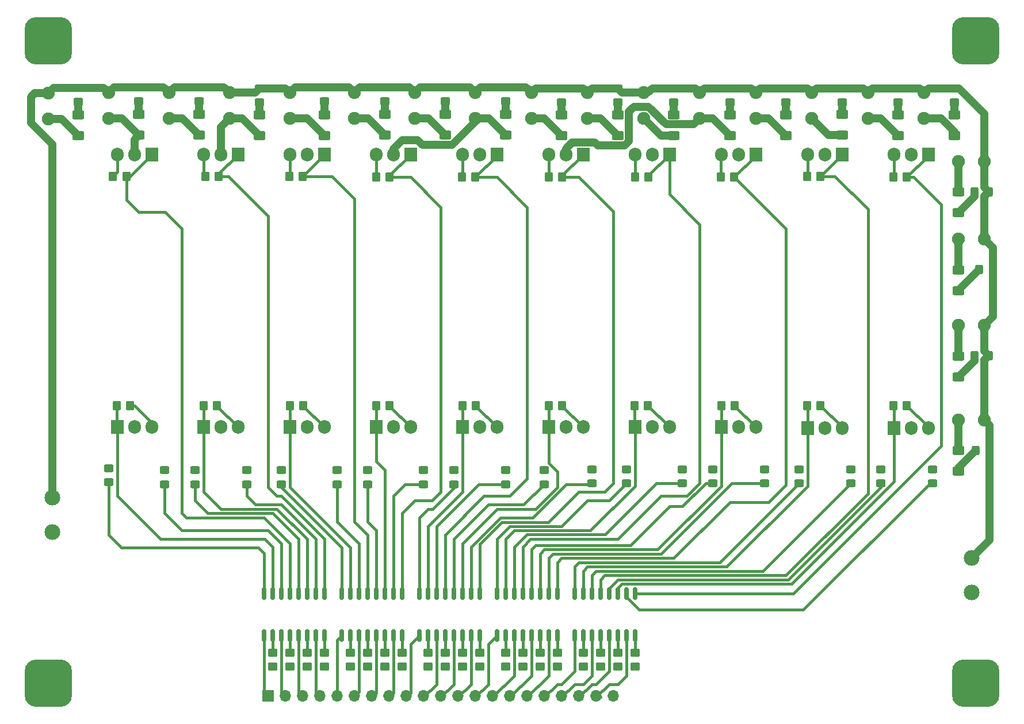
<source format=gbr>
%TF.GenerationSoftware,KiCad,Pcbnew,9.0.0*%
%TF.CreationDate,2025-04-04T10:54:06-06:00*%
%TF.ProjectId,Solenoid Breakout Board,536f6c65-6e6f-4696-9420-427265616b6f,rev?*%
%TF.SameCoordinates,Original*%
%TF.FileFunction,Copper,L1,Top*%
%TF.FilePolarity,Positive*%
%FSLAX46Y46*%
G04 Gerber Fmt 4.6, Leading zero omitted, Abs format (unit mm)*
G04 Created by KiCad (PCBNEW 9.0.0) date 2025-04-04 10:54:06*
%MOMM*%
%LPD*%
G01*
G04 APERTURE LIST*
G04 Aperture macros list*
%AMRoundRect*
0 Rectangle with rounded corners*
0 $1 Rounding radius*
0 $2 $3 $4 $5 $6 $7 $8 $9 X,Y pos of 4 corners*
0 Add a 4 corners polygon primitive as box body*
4,1,4,$2,$3,$4,$5,$6,$7,$8,$9,$2,$3,0*
0 Add four circle primitives for the rounded corners*
1,1,$1+$1,$2,$3*
1,1,$1+$1,$4,$5*
1,1,$1+$1,$6,$7*
1,1,$1+$1,$8,$9*
0 Add four rect primitives between the rounded corners*
20,1,$1+$1,$2,$3,$4,$5,0*
20,1,$1+$1,$4,$5,$6,$7,0*
20,1,$1+$1,$6,$7,$8,$9,0*
20,1,$1+$1,$8,$9,$2,$3,0*%
G04 Aperture macros list end*
%TA.AperFunction,SMDPad,CuDef*%
%ADD10RoundRect,0.250000X0.350000X0.450000X-0.350000X0.450000X-0.350000X-0.450000X0.350000X-0.450000X0*%
%TD*%
%TA.AperFunction,ComponentPad*%
%ADD11RoundRect,0.250000X0.450000X-0.350000X0.450000X0.350000X-0.450000X0.350000X-0.450000X-0.350000X0*%
%TD*%
%TA.AperFunction,SMDPad,CuDef*%
%ADD12RoundRect,0.250000X0.450000X-0.350000X0.450000X0.350000X-0.450000X0.350000X-0.450000X-0.350000X0*%
%TD*%
%TA.AperFunction,ComponentPad*%
%ADD13C,1.905000*%
%TD*%
%TA.AperFunction,SMDPad,CuDef*%
%ADD14RoundRect,0.250000X-0.450000X0.325000X-0.450000X-0.325000X0.450000X-0.325000X0.450000X0.325000X0*%
%TD*%
%TA.AperFunction,ComponentPad*%
%ADD15RoundRect,1.746250X-1.746250X-1.746250X1.746250X-1.746250X1.746250X1.746250X-1.746250X1.746250X0*%
%TD*%
%TA.AperFunction,SMDPad,CuDef*%
%ADD16RoundRect,0.250000X0.450000X-0.325000X0.450000X0.325000X-0.450000X0.325000X-0.450000X-0.325000X0*%
%TD*%
%TA.AperFunction,ComponentPad*%
%ADD17RoundRect,0.250000X0.450000X-0.325000X0.450000X0.325000X-0.450000X0.325000X-0.450000X-0.325000X0*%
%TD*%
%TA.AperFunction,SMDPad,CuDef*%
%ADD18RoundRect,0.162500X0.162500X-0.750000X0.162500X0.750000X-0.162500X0.750000X-0.162500X-0.750000X0*%
%TD*%
%TA.AperFunction,SMDPad,CuDef*%
%ADD19RoundRect,0.250000X-0.350000X-0.450000X0.350000X-0.450000X0.350000X0.450000X-0.350000X0.450000X0*%
%TD*%
%TA.AperFunction,ComponentPad*%
%ADD20C,2.311400*%
%TD*%
%TA.AperFunction,SMDPad,CuDef*%
%ADD21RoundRect,0.250000X0.625000X-0.400000X0.625000X0.400000X-0.625000X0.400000X-0.625000X-0.400000X0*%
%TD*%
%TA.AperFunction,SMDPad,CuDef*%
%ADD22RoundRect,0.250000X-0.625000X0.400000X-0.625000X-0.400000X0.625000X-0.400000X0.625000X0.400000X0*%
%TD*%
%TA.AperFunction,SMDPad,CuDef*%
%ADD23RoundRect,0.250000X0.325000X0.450000X-0.325000X0.450000X-0.325000X-0.450000X0.325000X-0.450000X0*%
%TD*%
%TA.AperFunction,ComponentPad*%
%ADD24R,1.700000X1.700000*%
%TD*%
%TA.AperFunction,ComponentPad*%
%ADD25O,1.700000X1.700000*%
%TD*%
%TA.AperFunction,ComponentPad*%
%ADD26R,1.905000X2.000000*%
%TD*%
%TA.AperFunction,ComponentPad*%
%ADD27O,1.905000X2.000000*%
%TD*%
%TA.AperFunction,Conductor*%
%ADD28C,0.381000*%
%TD*%
%TA.AperFunction,Conductor*%
%ADD29C,1.143000*%
%TD*%
G04 APERTURE END LIST*
D10*
%TO.P,R16,1,1*%
%TO.N,Chassis_GND*%
X85820000Y-110880000D03*
%TO.P,R16,2,2*%
%TO.N,Net-(Q5-G)*%
X83820000Y-110880000D03*
%TD*%
D11*
%TO.P,R29,1,1*%
%TO.N,GND*%
X106680000Y-149320000D03*
D12*
%TO.P,R29,2,2*%
%TO.N,Net-(R29-Pad2)*%
X106680000Y-147320000D03*
%TD*%
D13*
%TO.P,L4,1,1*%
%TO.N,+12v*%
X74930000Y-64770000D03*
%TO.P,L4,2,2*%
%TO.N,Net-(Q4-D)*%
X74930000Y-68580000D03*
%TD*%
D14*
%TO.P,D12,1,K*%
%TO.N,+12v*%
X88900000Y-63990000D03*
%TO.P,D12,2,A*%
%TO.N,Net-(D12-A)*%
X88900000Y-66040000D03*
%TD*%
D15*
%TO.P,REF\u002A\u002A,1*%
%TO.N,N/C*%
X48260000Y-57150000D03*
%TD*%
D16*
%TO.P,D2,1,K*%
%TO.N,Net-(D2-K)*%
X65405000Y-122455000D03*
D17*
%TO.P,D2,2,A*%
%TO.N,+12v*%
X65405000Y-120405000D03*
%TD*%
D18*
%TO.P,U5,1*%
%TO.N,A2*%
X125730000Y-144780000D03*
%TO.P,U5,2*%
%TO.N,Net-(R40-Pad2)*%
X127000000Y-144780000D03*
%TO.P,U5,3*%
%TO.N,A#2*%
X128270000Y-144780000D03*
%TO.P,U5,4*%
%TO.N,Net-(R52-Pad2)*%
X129540000Y-144780000D03*
%TO.P,U5,5*%
%TO.N,B2*%
X130810000Y-144780000D03*
%TO.P,U5,6*%
%TO.N,Net-(R53-Pad2)*%
X132080000Y-144780000D03*
%TO.P,U5,7*%
%TO.N,C3*%
X133350000Y-144780000D03*
%TO.P,U5,8*%
%TO.N,Net-(R54-Pad2)*%
X134620000Y-144780000D03*
%TO.P,U5,9*%
%TO.N,Net-(Q20-G)*%
X134620000Y-138605000D03*
%TO.P,U5,10*%
%TO.N,Net-(D37-K)*%
X133350000Y-138605000D03*
%TO.P,U5,11*%
%TO.N,Net-(Q19-G)*%
X132080000Y-138605000D03*
%TO.P,U5,12*%
%TO.N,Net-(D36-K)*%
X130810000Y-138605000D03*
%TO.P,U5,13*%
%TO.N,Net-(Q18-G)*%
X129540000Y-138605000D03*
%TO.P,U5,14*%
%TO.N,Net-(D35-K)*%
X128270000Y-138605000D03*
%TO.P,U5,15*%
%TO.N,Net-(Q14-G)*%
X127000000Y-138605000D03*
%TO.P,U5,16*%
%TO.N,Net-(D27-K)*%
X125730000Y-138605000D03*
%TD*%
D19*
%TO.P,R17,1,1*%
%TO.N,Chassis_GND*%
X83725000Y-77075000D03*
%TO.P,R17,2,2*%
%TO.N,Net-(Q6-G)*%
X85725000Y-77075000D03*
%TD*%
D11*
%TO.P,R43,1,1*%
%TO.N,GND*%
X118110000Y-149320000D03*
D12*
%TO.P,R43,2,2*%
%TO.N,Net-(R43-Pad2)*%
X118110000Y-147320000D03*
%TD*%
D10*
%TO.P,R32,1,1*%
%TO.N,Chassis_GND*%
X136525000Y-110880000D03*
%TO.P,R32,2,2*%
%TO.N,Net-(Q10-G)*%
X134525000Y-110880000D03*
%TD*%
D20*
%TO.P,J2,1,1*%
%TO.N,+12v*%
X48895000Y-124460000D03*
%TO.P,J2,2,2*%
%TO.N,Chassis_GND*%
X48895000Y-129540000D03*
%TD*%
D14*
%TO.P,D33,1,K*%
%TO.N,+12v*%
X181610000Y-64135000D03*
%TO.P,D33,2,A*%
%TO.N,Net-(D33-A)*%
X181610000Y-66185000D03*
%TD*%
D10*
%TO.P,R5,1,1*%
%TO.N,Chassis_GND*%
X60325000Y-110880000D03*
%TO.P,R5,2,2*%
%TO.N,Net-(Q1-G)*%
X58325000Y-110880000D03*
%TD*%
D13*
%TO.P,L9,1,1*%
%TO.N,+12v*%
X119380000Y-64770000D03*
%TO.P,L9,2,2*%
%TO.N,Net-(Q9-D)*%
X119380000Y-68580000D03*
%TD*%
D21*
%TO.P,R27,1,1*%
%TO.N,Net-(Q9-D)*%
X123825000Y-71120000D03*
%TO.P,R27,2,2*%
%TO.N,Net-(D18-A)*%
X123825000Y-68020000D03*
%TD*%
D15*
%TO.P,REF\u002A\u002A,1*%
%TO.N,Chassis_GND*%
X48260000Y-151765000D03*
%TD*%
%TO.P,REF\u002A\u002A,1*%
%TO.N,Chassis_GND*%
X184785000Y-151765000D03*
%TD*%
D14*
%TO.P,D18,1,K*%
%TO.N,+12v*%
X123825000Y-64135000D03*
%TO.P,D18,2,A*%
%TO.N,Net-(D18-A)*%
X123825000Y-66185000D03*
%TD*%
D21*
%TO.P,R12,1,1*%
%TO.N,Net-(Q4-D)*%
X79375000Y-71120000D03*
%TO.P,R12,2,2*%
%TO.N,Net-(D8-A)*%
X79375000Y-68020000D03*
%TD*%
D19*
%TO.P,R33,1,1*%
%TO.N,Chassis_GND*%
X109125000Y-77225000D03*
%TO.P,R33,2,2*%
%TO.N,Net-(Q11-G)*%
X111125000Y-77225000D03*
%TD*%
D10*
%TO.P,R34,1,1*%
%TO.N,Chassis_GND*%
X123920000Y-110880000D03*
%TO.P,R34,2,2*%
%TO.N,Net-(Q12-G)*%
X121920000Y-110880000D03*
%TD*%
D11*
%TO.P,R28,1,1*%
%TO.N,GND*%
X115570000Y-149320000D03*
D12*
%TO.P,R28,2,2*%
%TO.N,Net-(R28-Pad2)*%
X115570000Y-147320000D03*
%TD*%
D21*
%TO.P,R37,1,1*%
%TO.N,Net-(Q11-D)*%
X132080000Y-71120000D03*
%TO.P,R37,2,2*%
%TO.N,Net-(D24-A)*%
X132080000Y-68020000D03*
%TD*%
D10*
%TO.P,R44,1,1*%
%TO.N,Chassis_GND*%
X161925000Y-110880000D03*
%TO.P,R44,2,2*%
%TO.N,Net-(Q14-G)*%
X159925000Y-110880000D03*
%TD*%
D18*
%TO.P,U4,1*%
%TO.N,F2*%
X114300000Y-144780000D03*
%TO.P,U4,2*%
%TO.N,Net-(R28-Pad2)*%
X115570000Y-144780000D03*
%TO.P,U4,3*%
%TO.N,F#2*%
X116840000Y-144780000D03*
%TO.P,U4,4*%
%TO.N,Net-(R43-Pad2)*%
X118110000Y-144780000D03*
%TO.P,U4,5*%
%TO.N,G2*%
X119380000Y-144780000D03*
%TO.P,U4,6*%
%TO.N,Net-(R41-Pad2)*%
X120650000Y-144780000D03*
%TO.P,U4,7*%
%TO.N,G#2*%
X121920000Y-144780000D03*
%TO.P,U4,8*%
%TO.N,Net-(R42-Pad2)*%
X123190000Y-144780000D03*
%TO.P,U4,9*%
%TO.N,Net-(Q16-G)*%
X123190000Y-138605000D03*
%TO.P,U4,10*%
%TO.N,Net-(D29-K)*%
X121920000Y-138605000D03*
%TO.P,U4,11*%
%TO.N,Net-(Q15-G)*%
X120650000Y-138605000D03*
%TO.P,U4,12*%
%TO.N,Net-(D28-K)*%
X119380000Y-138605000D03*
%TO.P,U4,13*%
%TO.N,Net-(Q17-G)*%
X118110000Y-138605000D03*
%TO.P,U4,14*%
%TO.N,Net-(D30-K)*%
X116840000Y-138605000D03*
%TO.P,U4,15*%
%TO.N,Net-(Q10-G)*%
X115570000Y-138605000D03*
%TO.P,U4,16*%
%TO.N,Net-(D19-K)*%
X114300000Y-138605000D03*
%TD*%
D22*
%TO.P,R58,1,1*%
%TO.N,Net-(Q18-D)*%
X182245000Y-90880000D03*
%TO.P,R58,2,2*%
%TO.N,Net-(D38-A)*%
X182245000Y-93980000D03*
%TD*%
D13*
%TO.P,L20,1,1*%
%TO.N,+12v*%
X186055000Y-74930000D03*
%TO.P,L20,2,2*%
%TO.N,Net-(Q20-D)*%
X182245000Y-74930000D03*
%TD*%
D10*
%TO.P,R56,1,1*%
%TO.N,Chassis_GND*%
X174625000Y-110880000D03*
%TO.P,R56,2,2*%
%TO.N,Net-(Q19-G)*%
X172625000Y-110880000D03*
%TD*%
D19*
%TO.P,R35,1,1*%
%TO.N,Chassis_GND*%
X121920000Y-77225000D03*
%TO.P,R35,2,2*%
%TO.N,Net-(Q13-G)*%
X123920000Y-77225000D03*
%TD*%
D23*
%TO.P,D39,1,K*%
%TO.N,+12v*%
X186835000Y-117475000D03*
%TO.P,D39,2,A*%
%TO.N,Net-(D39-A)*%
X184785000Y-117475000D03*
%TD*%
D16*
%TO.P,D21,1,K*%
%TO.N,Net-(D21-K)*%
X121285000Y-122455000D03*
D17*
%TO.P,D21,2,A*%
%TO.N,+12v*%
X121285000Y-120405000D03*
%TD*%
D16*
%TO.P,D11,1,K*%
%TO.N,Net-(D11-K)*%
X95250000Y-122455000D03*
D17*
%TO.P,D11,2,A*%
%TO.N,+12v*%
X95250000Y-120405000D03*
%TD*%
D13*
%TO.P,L14,1,1*%
%TO.N,+12v*%
X186055000Y-99060000D03*
%TO.P,L14,2,2*%
%TO.N,Net-(Q14-D)*%
X182245000Y-99060000D03*
%TD*%
D16*
%TO.P,D3,1,K*%
%TO.N,Net-(D3-K)*%
X69850000Y-122455000D03*
D17*
%TO.P,D3,2,A*%
%TO.N,+12v*%
X69850000Y-120405000D03*
%TD*%
D11*
%TO.P,R2,1,1*%
%TO.N,GND*%
X83820000Y-149320000D03*
D12*
%TO.P,R2,2,2*%
%TO.N,Net-(R2-Pad2)*%
X83820000Y-147320000D03*
%TD*%
D19*
%TO.P,R24,1,1*%
%TO.N,Chassis_GND*%
X96520000Y-77225000D03*
%TO.P,R24,2,2*%
%TO.N,Net-(Q8-G)*%
X98520000Y-77225000D03*
%TD*%
D21*
%TO.P,R50,1,1*%
%TO.N,Net-(Q16-D)*%
X181610000Y-71120000D03*
%TO.P,R50,2,2*%
%TO.N,Net-(D33-A)*%
X181610000Y-68020000D03*
%TD*%
D16*
%TO.P,D36,1,K*%
%TO.N,Net-(D36-K)*%
X170815000Y-122310000D03*
D17*
%TO.P,D36,2,A*%
%TO.N,+12v*%
X170815000Y-120260000D03*
%TD*%
D21*
%TO.P,R39,1,1*%
%TO.N,Net-(Q13-D)*%
X148590000Y-71120000D03*
%TO.P,R39,2,2*%
%TO.N,Net-(D26-A)*%
X148590000Y-68020000D03*
%TD*%
%TO.P,R49,1,1*%
%TO.N,Net-(Q15-D)*%
X173355000Y-71120000D03*
%TO.P,R49,2,2*%
%TO.N,Net-(D32-A)*%
X173355000Y-68020000D03*
%TD*%
D16*
%TO.P,D9,1,K*%
%TO.N,Net-(D9-K)*%
X82550000Y-122455000D03*
D17*
%TO.P,D9,2,A*%
%TO.N,+12v*%
X82550000Y-120405000D03*
%TD*%
D11*
%TO.P,R41,1,1*%
%TO.N,GND*%
X120650000Y-149320000D03*
D12*
%TO.P,R41,2,2*%
%TO.N,Net-(R41-Pad2)*%
X120650000Y-147320000D03*
%TD*%
D13*
%TO.P,L10,1,1*%
%TO.N,+12v*%
X152400000Y-64770000D03*
%TO.P,L10,2,2*%
%TO.N,Net-(Q10-D)*%
X152400000Y-68580000D03*
%TD*%
D16*
%TO.P,D35,1,K*%
%TO.N,Net-(D35-K)*%
X166370000Y-122310000D03*
D17*
%TO.P,D35,2,A*%
%TO.N,+12v*%
X166370000Y-120260000D03*
%TD*%
D16*
%TO.P,D29,1,K*%
%TO.N,Net-(D29-K)*%
X153670000Y-122310000D03*
D17*
%TO.P,D29,2,A*%
%TO.N,+12v*%
X153670000Y-120260000D03*
%TD*%
D10*
%TO.P,R25,1,1*%
%TO.N,Chassis_GND*%
X111220000Y-110880000D03*
%TO.P,R25,2,2*%
%TO.N,Net-(Q9-G)*%
X109220000Y-110880000D03*
%TD*%
D21*
%TO.P,R20,1,1*%
%TO.N,Net-(Q6-D)*%
X97790000Y-71045000D03*
%TO.P,R20,2,2*%
%TO.N,Net-(D13-A)*%
X97790000Y-67945000D03*
%TD*%
D13*
%TO.P,L13,1,1*%
%TO.N,+12v*%
X144145000Y-64770000D03*
%TO.P,L13,2,2*%
%TO.N,Net-(Q13-D)*%
X144145000Y-68580000D03*
%TD*%
D11*
%TO.P,R52,1,1*%
%TO.N,GND*%
X129540000Y-149320000D03*
D12*
%TO.P,R52,2,2*%
%TO.N,Net-(R52-Pad2)*%
X129540000Y-147320000D03*
%TD*%
D14*
%TO.P,D34,1,K*%
%TO.N,+12v*%
X165100000Y-64135000D03*
%TO.P,D34,2,A*%
%TO.N,Net-(D34-A)*%
X165100000Y-66185000D03*
%TD*%
D21*
%TO.P,R9,1,1*%
%TO.N,Net-(Q1-D)*%
X52705000Y-71120000D03*
%TO.P,R9,2,2*%
%TO.N,Net-(D5-A)*%
X52705000Y-68020000D03*
%TD*%
D13*
%TO.P,L7,1,1*%
%TO.N,+12v*%
X102235000Y-64770000D03*
%TO.P,L7,2,2*%
%TO.N,Net-(Q7-D)*%
X102235000Y-68580000D03*
%TD*%
D10*
%TO.P,R45,1,1*%
%TO.N,Chassis_GND*%
X149320000Y-110880000D03*
%TO.P,R45,2,2*%
%TO.N,Net-(Q15-G)*%
X147320000Y-110880000D03*
%TD*%
D11*
%TO.P,R22,1,1*%
%TO.N,GND*%
X100330000Y-149320000D03*
D12*
%TO.P,R22,2,2*%
%TO.N,Net-(R22-Pad2)*%
X100330000Y-147320000D03*
%TD*%
D19*
%TO.P,R46,1,1*%
%TO.N,Chassis_GND*%
X147225000Y-77225000D03*
%TO.P,R46,2,2*%
%TO.N,Net-(Q16-G)*%
X149225000Y-77225000D03*
%TD*%
D13*
%TO.P,L5,1,1*%
%TO.N,+12v*%
X83820000Y-64770000D03*
%TO.P,L5,2,2*%
%TO.N,Net-(Q5-D)*%
X83820000Y-68580000D03*
%TD*%
D16*
%TO.P,D30,1,K*%
%TO.N,Net-(D30-K)*%
X141605000Y-122310000D03*
D17*
%TO.P,D30,2,A*%
%TO.N,+12v*%
X141605000Y-120260000D03*
%TD*%
D16*
%TO.P,D27,1,K*%
%TO.N,Net-(D27-K)*%
X158750000Y-122310000D03*
D17*
%TO.P,D27,2,A*%
%TO.N,+12v*%
X158750000Y-120260000D03*
%TD*%
D11*
%TO.P,R1,1,1*%
%TO.N,GND*%
X81280000Y-149320000D03*
D12*
%TO.P,R1,2,2*%
%TO.N,Net-(R1-Pad2)*%
X81280000Y-147320000D03*
%TD*%
D11*
%TO.P,R14,1,1*%
%TO.N,GND*%
X95250000Y-149320000D03*
D12*
%TO.P,R14,2,2*%
%TO.N,Net-(R14-Pad2)*%
X95250000Y-147320000D03*
%TD*%
D14*
%TO.P,D23,1,K*%
%TO.N,+12v*%
X156845000Y-64135000D03*
%TO.P,D23,2,A*%
%TO.N,Net-(D23-A)*%
X156845000Y-66185000D03*
%TD*%
%TO.P,D32,1,K*%
%TO.N,+12v*%
X173355000Y-64135000D03*
%TO.P,D32,2,A*%
%TO.N,Net-(D32-A)*%
X173355000Y-66185000D03*
%TD*%
D16*
%TO.P,D4,1,K*%
%TO.N,Net-(D4-K)*%
X77470000Y-122455000D03*
D17*
%TO.P,D4,2,A*%
%TO.N,+12v*%
X77470000Y-120405000D03*
%TD*%
D13*
%TO.P,L1,1,1*%
%TO.N,+12v*%
X48260000Y-64845000D03*
%TO.P,L1,2,2*%
%TO.N,Net-(Q1-D)*%
X48260000Y-68655000D03*
%TD*%
%TO.P,L17,1,1*%
%TO.N,+12v*%
X160655000Y-64770000D03*
%TO.P,L17,2,2*%
%TO.N,Net-(Q17-D)*%
X160655000Y-68580000D03*
%TD*%
D21*
%TO.P,R21,1,1*%
%TO.N,Net-(Q7-D)*%
X106680000Y-71045000D03*
%TO.P,R21,2,2*%
%TO.N,Net-(D14-A)*%
X106680000Y-67945000D03*
%TD*%
D16*
%TO.P,D28,1,K*%
%TO.N,Net-(D28-K)*%
X146050000Y-122310000D03*
D17*
%TO.P,D28,2,A*%
%TO.N,+12v*%
X146050000Y-120260000D03*
%TD*%
D19*
%TO.P,R57,1,1*%
%TO.N,Chassis_GND*%
X172625000Y-77225000D03*
%TO.P,R57,2,2*%
%TO.N,Net-(Q20-G)*%
X174625000Y-77225000D03*
%TD*%
D13*
%TO.P,L16,1,1*%
%TO.N,+12v*%
X177165000Y-64770000D03*
%TO.P,L16,2,2*%
%TO.N,Net-(Q16-D)*%
X177165000Y-68580000D03*
%TD*%
D16*
%TO.P,D10,1,K*%
%TO.N,Net-(D10-K)*%
X90805000Y-122455000D03*
D17*
%TO.P,D10,2,A*%
%TO.N,+12v*%
X90805000Y-120405000D03*
%TD*%
D11*
%TO.P,R30,1,1*%
%TO.N,GND*%
X109220000Y-149320000D03*
D12*
%TO.P,R30,2,2*%
%TO.N,Net-(R30-Pad2)*%
X109220000Y-147320000D03*
%TD*%
D13*
%TO.P,L2,1,1*%
%TO.N,+12v*%
X57150000Y-64770000D03*
%TO.P,L2,2,2*%
%TO.N,Net-(Q2-D)*%
X57150000Y-68580000D03*
%TD*%
D16*
%TO.P,D15,1,K*%
%TO.N,Net-(D15-K)*%
X103505000Y-122455000D03*
D17*
%TO.P,D15,2,A*%
%TO.N,+12v*%
X103505000Y-120405000D03*
%TD*%
D24*
%TO.P,J1,1,1*%
%TO.N,F1*%
X80645000Y-153670000D03*
D25*
%TO.P,J1,2,2*%
%TO.N,F#1*%
X83185000Y-153670000D03*
%TO.P,J1,3,3*%
%TO.N,G1*%
X85725000Y-153670000D03*
%TO.P,J1,4,4*%
%TO.N,G#1*%
X88265000Y-153670000D03*
%TO.P,J1,5,5*%
%TO.N,A1*%
X90805000Y-153670000D03*
%TO.P,J1,6,6*%
%TO.N,A#1*%
X93345000Y-153670000D03*
%TO.P,J1,7,7*%
%TO.N,B1*%
X95885000Y-153670000D03*
%TO.P,J1,8,8*%
%TO.N,C2*%
X98425000Y-153670000D03*
%TO.P,J1,9,9*%
%TO.N,C#2*%
X100965000Y-153670000D03*
%TO.P,J1,10,10*%
%TO.N,D2*%
X103505000Y-153670000D03*
%TO.P,J1,11,11*%
%TO.N,D#2*%
X106045000Y-153670000D03*
%TO.P,J1,12,12*%
%TO.N,E2*%
X108585000Y-153670000D03*
%TO.P,J1,13,13*%
%TO.N,F2*%
X111125000Y-153670000D03*
%TO.P,J1,14,14*%
%TO.N,F#2*%
X113665000Y-153670000D03*
%TO.P,J1,15,15*%
%TO.N,G2*%
X116205000Y-153670000D03*
%TO.P,J1,16,16*%
%TO.N,G#2*%
X118745000Y-153670000D03*
%TO.P,J1,17,17*%
%TO.N,A2*%
X121285000Y-153670000D03*
%TO.P,J1,18,18*%
%TO.N,A#2*%
X123825000Y-153670000D03*
%TO.P,J1,19,19*%
%TO.N,B2*%
X126365000Y-153670000D03*
%TO.P,J1,20,20*%
%TO.N,C3*%
X128905000Y-153670000D03*
%TO.P,J1,21,21*%
%TO.N,GND*%
X131445000Y-153670000D03*
%TD*%
D11*
%TO.P,R4,1,1*%
%TO.N,GND*%
X88900000Y-149320000D03*
D12*
%TO.P,R4,2,2*%
%TO.N,Net-(R4-Pad2)*%
X88900000Y-147320000D03*
%TD*%
D23*
%TO.P,D40,1,K*%
%TO.N,+12v*%
X186690000Y-79375000D03*
%TO.P,D40,2,A*%
%TO.N,Net-(D40-A)*%
X184640000Y-79375000D03*
%TD*%
D19*
%TO.P,R47,1,1*%
%TO.N,Chassis_GND*%
X134620000Y-77225000D03*
%TO.P,R47,2,2*%
%TO.N,Net-(Q17-G)*%
X136620000Y-77225000D03*
%TD*%
D21*
%TO.P,R51,1,1*%
%TO.N,Net-(Q17-D)*%
X165100000Y-71045000D03*
%TO.P,R51,2,2*%
%TO.N,Net-(D34-A)*%
X165100000Y-67945000D03*
%TD*%
%TO.P,R38,1,1*%
%TO.N,Net-(Q12-D)*%
X140335000Y-71120000D03*
%TO.P,R38,2,2*%
%TO.N,Net-(D25-A)*%
X140335000Y-68020000D03*
%TD*%
D22*
%TO.P,R60,1,1*%
%TO.N,Net-(Q20-D)*%
X182245000Y-79375000D03*
%TO.P,R60,2,2*%
%TO.N,Net-(D40-A)*%
X182245000Y-82475000D03*
%TD*%
D11*
%TO.P,R15,1,1*%
%TO.N,GND*%
X97790000Y-149320000D03*
D12*
%TO.P,R15,2,2*%
%TO.N,Net-(R15-Pad2)*%
X97790000Y-147320000D03*
%TD*%
D14*
%TO.P,D8,1,K*%
%TO.N,+12v*%
X79375000Y-64135000D03*
%TO.P,D8,2,A*%
%TO.N,Net-(D8-A)*%
X79375000Y-66185000D03*
%TD*%
D13*
%TO.P,L3,1,1*%
%TO.N,+12v*%
X66040000Y-64770000D03*
%TO.P,L3,2,2*%
%TO.N,Net-(Q3-D)*%
X66040000Y-68580000D03*
%TD*%
%TO.P,L19,1,1*%
%TO.N,+12v*%
X186055000Y-113030000D03*
%TO.P,L19,2,2*%
%TO.N,Net-(Q19-D)*%
X182245000Y-113030000D03*
%TD*%
D11*
%TO.P,R3,1,1*%
%TO.N,GND*%
X86360000Y-149320000D03*
D12*
%TO.P,R3,2,2*%
%TO.N,Net-(R3-Pad2)*%
X86360000Y-147320000D03*
%TD*%
D14*
%TO.P,D26,1,K*%
%TO.N,+12v*%
X148590000Y-64135000D03*
%TO.P,D26,2,A*%
%TO.N,Net-(D26-A)*%
X148590000Y-66185000D03*
%TD*%
D23*
%TO.P,D31,1,K*%
%TO.N,+12v*%
X186690000Y-103505000D03*
%TO.P,D31,2,A*%
%TO.N,Net-(D31-A)*%
X184640000Y-103505000D03*
%TD*%
D13*
%TO.P,L6,1,1*%
%TO.N,+12v*%
X93345000Y-64770000D03*
%TO.P,L6,2,2*%
%TO.N,Net-(Q6-D)*%
X93345000Y-68580000D03*
%TD*%
D16*
%TO.P,D22,1,K*%
%TO.N,Net-(D22-K)*%
X128270000Y-122310000D03*
D17*
%TO.P,D22,2,A*%
%TO.N,+12v*%
X128270000Y-120260000D03*
%TD*%
D16*
%TO.P,D20,1,K*%
%TO.N,Net-(D20-K)*%
X115570000Y-122455000D03*
D17*
%TO.P,D20,2,A*%
%TO.N,+12v*%
X115570000Y-120405000D03*
%TD*%
D16*
%TO.P,D19,1,K*%
%TO.N,Net-(D19-K)*%
X133350000Y-122310000D03*
D17*
%TO.P,D19,2,A*%
%TO.N,+12v*%
X133350000Y-120260000D03*
%TD*%
D11*
%TO.P,R23,1,1*%
%TO.N,GND*%
X104140000Y-149320000D03*
D12*
%TO.P,R23,2,2*%
%TO.N,Net-(R23-Pad2)*%
X104140000Y-147320000D03*
%TD*%
D21*
%TO.P,R19,1,1*%
%TO.N,Net-(Q5-D)*%
X88900000Y-71120000D03*
%TO.P,R19,2,2*%
%TO.N,Net-(D12-A)*%
X88900000Y-68020000D03*
%TD*%
D13*
%TO.P,L8,1,1*%
%TO.N,+12v*%
X111125000Y-64770000D03*
%TO.P,L8,2,2*%
%TO.N,Net-(Q8-D)*%
X111125000Y-68580000D03*
%TD*%
D18*
%TO.P,U3,1*%
%TO.N,C#2*%
X102870000Y-144780000D03*
%TO.P,U3,2*%
%TO.N,Net-(R23-Pad2)*%
X104140000Y-144780000D03*
%TO.P,U3,3*%
%TO.N,D2*%
X105410000Y-144780000D03*
%TO.P,U3,4*%
%TO.N,Net-(R29-Pad2)*%
X106680000Y-144780000D03*
%TO.P,U3,5*%
%TO.N,D#2*%
X107950000Y-144780000D03*
%TO.P,U3,6*%
%TO.N,Net-(R30-Pad2)*%
X109220000Y-144780000D03*
%TO.P,U3,7*%
%TO.N,E2*%
X110490000Y-144780000D03*
%TO.P,U3,8*%
%TO.N,Net-(R31-Pad2)*%
X111760000Y-144780000D03*
%TO.P,U3,9*%
%TO.N,Net-(Q13-G)*%
X111760000Y-138605000D03*
%TO.P,U3,10*%
%TO.N,Net-(D22-K)*%
X110490000Y-138605000D03*
%TO.P,U3,11*%
%TO.N,Net-(Q12-G)*%
X109220000Y-138605000D03*
%TO.P,U3,12*%
%TO.N,Net-(D21-K)*%
X107950000Y-138605000D03*
%TO.P,U3,13*%
%TO.N,Net-(Q11-G)*%
X106680000Y-138605000D03*
%TO.P,U3,14*%
%TO.N,Net-(D20-K)*%
X105410000Y-138605000D03*
%TO.P,U3,15*%
%TO.N,Net-(Q9-G)*%
X104140000Y-138605000D03*
%TO.P,U3,16*%
%TO.N,Net-(D16-K)*%
X102870000Y-138605000D03*
%TD*%
D10*
%TO.P,R18,1,1*%
%TO.N,Chassis_GND*%
X98520000Y-110880000D03*
%TO.P,R18,2,2*%
%TO.N,Net-(Q7-G)*%
X96520000Y-110880000D03*
%TD*%
D11*
%TO.P,R40,1,1*%
%TO.N,GND*%
X127000000Y-149320000D03*
D12*
%TO.P,R40,2,2*%
%TO.N,Net-(R40-Pad2)*%
X127000000Y-147320000D03*
%TD*%
D16*
%TO.P,D16,1,K*%
%TO.N,Net-(D16-K)*%
X107950000Y-122455000D03*
D17*
%TO.P,D16,2,A*%
%TO.N,+12v*%
X107950000Y-120405000D03*
%TD*%
D11*
%TO.P,R53,1,1*%
%TO.N,GND*%
X132080000Y-149320000D03*
D12*
%TO.P,R53,2,2*%
%TO.N,Net-(R53-Pad2)*%
X132080000Y-147320000D03*
%TD*%
D16*
%TO.P,D1,1,K*%
%TO.N,Net-(D1-K)*%
X57150000Y-122175500D03*
D17*
%TO.P,D1,2,A*%
%TO.N,+12v*%
X57150000Y-120125500D03*
%TD*%
D21*
%TO.P,R11,1,1*%
%TO.N,Net-(Q3-D)*%
X70485000Y-71045000D03*
%TO.P,R11,2,2*%
%TO.N,Net-(D7-A)*%
X70485000Y-67945000D03*
%TD*%
D15*
%TO.P,REF\u002A\u002A,1*%
%TO.N,Chassis_GND*%
X184785000Y-57150000D03*
%TD*%
D18*
%TO.P,U2,1*%
%TO.N,A1*%
X91440000Y-144780000D03*
%TO.P,U2,2*%
%TO.N,Net-(R13-Pad2)*%
X92710000Y-144780000D03*
%TO.P,U2,3*%
%TO.N,A#1*%
X93980000Y-144780000D03*
%TO.P,U2,4*%
%TO.N,Net-(R14-Pad2)*%
X95250000Y-144780000D03*
%TO.P,U2,5*%
%TO.N,B1*%
X96520000Y-144780000D03*
%TO.P,U2,6*%
%TO.N,Net-(R15-Pad2)*%
X97790000Y-144780000D03*
%TO.P,U2,7*%
%TO.N,C2*%
X99060000Y-144780000D03*
%TO.P,U2,8*%
%TO.N,Net-(R22-Pad2)*%
X100330000Y-144780000D03*
%TO.P,U2,9*%
%TO.N,Net-(Q8-G)*%
X100330000Y-138605000D03*
%TO.P,U2,10*%
%TO.N,Net-(D15-K)*%
X99060000Y-138605000D03*
%TO.P,U2,11*%
%TO.N,Net-(Q7-G)*%
X97790000Y-138605000D03*
%TO.P,U2,12*%
%TO.N,Net-(D11-K)*%
X96520000Y-138605000D03*
%TO.P,U2,13*%
%TO.N,Net-(Q6-G)*%
X95250000Y-138605000D03*
%TO.P,U2,14*%
%TO.N,Net-(D10-K)*%
X93980000Y-138605000D03*
%TO.P,U2,15*%
%TO.N,Net-(Q5-G)*%
X92710000Y-138605000D03*
%TO.P,U2,16*%
%TO.N,Net-(D9-K)*%
X91440000Y-138605000D03*
%TD*%
D19*
%TO.P,R8,1,1*%
%TO.N,Chassis_GND*%
X71390000Y-77075000D03*
%TO.P,R8,2,2*%
%TO.N,Net-(Q4-G)*%
X73390000Y-77075000D03*
%TD*%
D11*
%TO.P,R13,1,1*%
%TO.N,GND*%
X92710000Y-149320000D03*
D12*
%TO.P,R13,2,2*%
%TO.N,Net-(R13-Pad2)*%
X92710000Y-147320000D03*
%TD*%
D13*
%TO.P,L15,1,1*%
%TO.N,+12v*%
X168910000Y-64770000D03*
%TO.P,L15,2,2*%
%TO.N,Net-(Q15-D)*%
X168910000Y-68580000D03*
%TD*%
%TO.P,L12,1,1*%
%TO.N,+12v*%
X135890000Y-64770000D03*
%TO.P,L12,2,2*%
%TO.N,Net-(Q12-D)*%
X135890000Y-68580000D03*
%TD*%
D18*
%TO.P,U1,1*%
%TO.N,F1*%
X80010000Y-144780000D03*
%TO.P,U1,2*%
%TO.N,Net-(R1-Pad2)*%
X81280000Y-144780000D03*
%TO.P,U1,3*%
%TO.N,F#1*%
X82550000Y-144780000D03*
%TO.P,U1,4*%
%TO.N,Net-(R2-Pad2)*%
X83820000Y-144780000D03*
%TO.P,U1,5*%
%TO.N,G1*%
X85090000Y-144780000D03*
%TO.P,U1,6*%
%TO.N,Net-(R3-Pad2)*%
X86360000Y-144780000D03*
%TO.P,U1,7*%
%TO.N,G#1*%
X87630000Y-144780000D03*
%TO.P,U1,8*%
%TO.N,Net-(R4-Pad2)*%
X88900000Y-144780000D03*
%TO.P,U1,9*%
%TO.N,Net-(Q4-G)*%
X88900000Y-138605000D03*
%TO.P,U1,10*%
%TO.N,Net-(D4-K)*%
X87630000Y-138605000D03*
%TO.P,U1,11*%
%TO.N,Net-(Q3-G)*%
X86360000Y-138605000D03*
%TO.P,U1,12*%
%TO.N,Net-(D3-K)*%
X85090000Y-138605000D03*
%TO.P,U1,13*%
%TO.N,Net-(Q2-G)*%
X83820000Y-138605000D03*
%TO.P,U1,14*%
%TO.N,Net-(D2-K)*%
X82550000Y-138605000D03*
%TO.P,U1,15*%
%TO.N,Net-(Q1-G)*%
X81280000Y-138605000D03*
%TO.P,U1,16*%
%TO.N,Net-(D1-K)*%
X80010000Y-138605000D03*
%TD*%
D14*
%TO.P,D25,1,K*%
%TO.N,+12v*%
X140335000Y-64135000D03*
%TO.P,D25,2,A*%
%TO.N,Net-(D25-A)*%
X140335000Y-66185000D03*
%TD*%
%TO.P,D6,1,K*%
%TO.N,+12v*%
X61595000Y-63990000D03*
%TO.P,D6,2,A*%
%TO.N,Net-(D6-A)*%
X61595000Y-66040000D03*
%TD*%
D16*
%TO.P,D37,1,K*%
%TO.N,Net-(D37-K)*%
X178435000Y-122310000D03*
D17*
%TO.P,D37,2,A*%
%TO.N,+12v*%
X178435000Y-120260000D03*
%TD*%
D10*
%TO.P,R7,1,1*%
%TO.N,Chassis_GND*%
X73120000Y-110880000D03*
%TO.P,R7,2,2*%
%TO.N,Net-(Q3-G)*%
X71120000Y-110880000D03*
%TD*%
D21*
%TO.P,R10,1,1*%
%TO.N,Net-(Q2-D)*%
X61595000Y-71045000D03*
%TO.P,R10,2,2*%
%TO.N,Net-(D6-A)*%
X61595000Y-67945000D03*
%TD*%
D22*
%TO.P,R59,1,1*%
%TO.N,Net-(Q19-D)*%
X182245000Y-117475000D03*
%TO.P,R59,2,2*%
%TO.N,Net-(D39-A)*%
X182245000Y-120575000D03*
%TD*%
D19*
%TO.P,R55,1,1*%
%TO.N,Chassis_GND*%
X159925000Y-77075000D03*
%TO.P,R55,2,2*%
%TO.N,Net-(Q18-G)*%
X161925000Y-77075000D03*
%TD*%
D11*
%TO.P,R31,1,1*%
%TO.N,GND*%
X111760000Y-149320000D03*
D12*
%TO.P,R31,2,2*%
%TO.N,Net-(R31-Pad2)*%
X111760000Y-147320000D03*
%TD*%
D20*
%TO.P,J3,1,1*%
%TO.N,Chassis_GND*%
X184150000Y-138430000D03*
%TO.P,J3,2,2*%
%TO.N,+12v*%
X184150000Y-133350000D03*
%TD*%
D14*
%TO.P,D7,1,K*%
%TO.N,+12v*%
X70485000Y-63990000D03*
%TO.P,D7,2,A*%
%TO.N,Net-(D7-A)*%
X70485000Y-66040000D03*
%TD*%
D21*
%TO.P,R26,1,1*%
%TO.N,Net-(Q8-D)*%
X115570000Y-71045000D03*
%TO.P,R26,2,2*%
%TO.N,Net-(D17-A)*%
X115570000Y-67945000D03*
%TD*%
D22*
%TO.P,R48,1,1*%
%TO.N,Net-(Q14-D)*%
X182245000Y-103580000D03*
%TO.P,R48,2,2*%
%TO.N,Net-(D31-A)*%
X182245000Y-106680000D03*
%TD*%
D11*
%TO.P,R54,1,1*%
%TO.N,GND*%
X134620000Y-149320000D03*
D12*
%TO.P,R54,2,2*%
%TO.N,Net-(R54-Pad2)*%
X134620000Y-147320000D03*
%TD*%
D23*
%TO.P,D38,1,K*%
%TO.N,+12v*%
X187325000Y-90805000D03*
%TO.P,D38,2,A*%
%TO.N,Net-(D38-A)*%
X185275000Y-90805000D03*
%TD*%
D13*
%TO.P,L11,1,1*%
%TO.N,+12v*%
X127635000Y-64770000D03*
%TO.P,L11,2,2*%
%TO.N,Net-(Q11-D)*%
X127635000Y-68580000D03*
%TD*%
D21*
%TO.P,R36,1,1*%
%TO.N,Net-(Q10-D)*%
X156845000Y-71120000D03*
%TO.P,R36,2,2*%
%TO.N,Net-(D23-A)*%
X156845000Y-68020000D03*
%TD*%
D13*
%TO.P,L18,1,1*%
%TO.N,+12v*%
X186055000Y-86360000D03*
%TO.P,L18,2,2*%
%TO.N,Net-(Q18-D)*%
X182245000Y-86360000D03*
%TD*%
D14*
%TO.P,D17,1,K*%
%TO.N,+12v*%
X115570000Y-63990000D03*
%TO.P,D17,2,A*%
%TO.N,Net-(D17-A)*%
X115570000Y-66040000D03*
%TD*%
D19*
%TO.P,R6,1,1*%
%TO.N,Chassis_GND*%
X57785000Y-77075000D03*
%TO.P,R6,2,2*%
%TO.N,Net-(Q2-G)*%
X59785000Y-77075000D03*
%TD*%
D14*
%TO.P,D14,1,K*%
%TO.N,+12v*%
X106680000Y-63990000D03*
%TO.P,D14,2,A*%
%TO.N,Net-(D14-A)*%
X106680000Y-66040000D03*
%TD*%
D11*
%TO.P,R42,1,1*%
%TO.N,GND*%
X123190000Y-149320000D03*
D12*
%TO.P,R42,2,2*%
%TO.N,Net-(R42-Pad2)*%
X123190000Y-147320000D03*
%TD*%
D14*
%TO.P,D24,1,K*%
%TO.N,+12v*%
X132080000Y-64135000D03*
%TO.P,D24,2,A*%
%TO.N,Net-(D24-A)*%
X132080000Y-66185000D03*
%TD*%
%TO.P,D13,1,K*%
%TO.N,+12v*%
X97790000Y-63990000D03*
%TO.P,D13,2,A*%
%TO.N,Net-(D13-A)*%
X97790000Y-66040000D03*
%TD*%
%TO.P,D5,1,K*%
%TO.N,+12v*%
X52705000Y-64065000D03*
%TO.P,D5,2,A*%
%TO.N,Net-(D5-A)*%
X52705000Y-66115000D03*
%TD*%
D26*
%TO.P,Q5,1,G*%
%TO.N,Net-(Q5-G)*%
X83820000Y-114055000D03*
D27*
%TO.P,Q5,2,D*%
%TO.N,Net-(Q5-D)*%
X86360000Y-114055000D03*
%TO.P,Q5,3,S*%
%TO.N,Chassis_GND*%
X88900000Y-114055000D03*
%TD*%
D26*
%TO.P,Q14,1,G*%
%TO.N,Net-(Q14-G)*%
X160020000Y-114205000D03*
D27*
%TO.P,Q14,2,D*%
%TO.N,Net-(Q14-D)*%
X162560000Y-114205000D03*
%TO.P,Q14,3,S*%
%TO.N,Chassis_GND*%
X165100000Y-114205000D03*
%TD*%
D26*
%TO.P,Q7,1,G*%
%TO.N,Net-(Q7-G)*%
X96520000Y-114055000D03*
D27*
%TO.P,Q7,2,D*%
%TO.N,Net-(Q7-D)*%
X99060000Y-114055000D03*
%TO.P,Q7,3,S*%
%TO.N,Chassis_GND*%
X101600000Y-114055000D03*
%TD*%
D26*
%TO.P,Q8,1,G*%
%TO.N,Net-(Q8-G)*%
X101600000Y-73900000D03*
D27*
%TO.P,Q8,2,D*%
%TO.N,Net-(Q8-D)*%
X99060000Y-73900000D03*
%TO.P,Q8,3,S*%
%TO.N,Chassis_GND*%
X96520000Y-73900000D03*
%TD*%
D26*
%TO.P,Q11,1,G*%
%TO.N,Net-(Q11-G)*%
X114300000Y-73900000D03*
D27*
%TO.P,Q11,2,D*%
%TO.N,Net-(Q11-D)*%
X111760000Y-73900000D03*
%TO.P,Q11,3,S*%
%TO.N,Chassis_GND*%
X109220000Y-73900000D03*
%TD*%
D26*
%TO.P,Q19,1,G*%
%TO.N,Net-(Q19-G)*%
X172720000Y-114205000D03*
D27*
%TO.P,Q19,2,D*%
%TO.N,Net-(Q19-D)*%
X175260000Y-114205000D03*
%TO.P,Q19,3,S*%
%TO.N,Chassis_GND*%
X177800000Y-114205000D03*
%TD*%
D26*
%TO.P,Q15,1,G*%
%TO.N,Net-(Q15-G)*%
X147320000Y-114055000D03*
D27*
%TO.P,Q15,2,D*%
%TO.N,Net-(Q15-D)*%
X149860000Y-114055000D03*
%TO.P,Q15,3,S*%
%TO.N,Chassis_GND*%
X152400000Y-114055000D03*
%TD*%
D26*
%TO.P,Q13,1,G*%
%TO.N,Net-(Q13-G)*%
X127000000Y-73900000D03*
D27*
%TO.P,Q13,2,D*%
%TO.N,Net-(Q13-D)*%
X124460000Y-73900000D03*
%TO.P,Q13,3,S*%
%TO.N,Chassis_GND*%
X121920000Y-73900000D03*
%TD*%
D26*
%TO.P,Q12,1,G*%
%TO.N,Net-(Q12-G)*%
X121920000Y-114055000D03*
D27*
%TO.P,Q12,2,D*%
%TO.N,Net-(Q12-D)*%
X124460000Y-114055000D03*
%TO.P,Q12,3,S*%
%TO.N,Chassis_GND*%
X127000000Y-114055000D03*
%TD*%
D26*
%TO.P,Q20,1,G*%
%TO.N,Net-(Q20-G)*%
X177800000Y-73900000D03*
D27*
%TO.P,Q20,2,D*%
%TO.N,Net-(Q20-D)*%
X175260000Y-73900000D03*
%TO.P,Q20,3,S*%
%TO.N,Chassis_GND*%
X172720000Y-73900000D03*
%TD*%
D26*
%TO.P,Q16,1,G*%
%TO.N,Net-(Q16-G)*%
X152400000Y-73900000D03*
D27*
%TO.P,Q16,2,D*%
%TO.N,Net-(Q16-D)*%
X149860000Y-73900000D03*
%TO.P,Q16,3,S*%
%TO.N,Chassis_GND*%
X147320000Y-73900000D03*
%TD*%
D26*
%TO.P,Q9,1,G*%
%TO.N,Net-(Q9-G)*%
X109220000Y-114055000D03*
D27*
%TO.P,Q9,2,D*%
%TO.N,Net-(Q9-D)*%
X111760000Y-114055000D03*
%TO.P,Q9,3,S*%
%TO.N,Chassis_GND*%
X114300000Y-114055000D03*
%TD*%
D26*
%TO.P,Q6,1,G*%
%TO.N,Net-(Q6-G)*%
X88900000Y-73900000D03*
D27*
%TO.P,Q6,2,D*%
%TO.N,Net-(Q6-D)*%
X86360000Y-73900000D03*
%TO.P,Q6,3,S*%
%TO.N,Chassis_GND*%
X83820000Y-73900000D03*
%TD*%
D26*
%TO.P,Q2,1,G*%
%TO.N,Net-(Q2-G)*%
X63500000Y-73900000D03*
D27*
%TO.P,Q2,2,D*%
%TO.N,Net-(Q2-D)*%
X60960000Y-73900000D03*
%TO.P,Q2,3,S*%
%TO.N,Chassis_GND*%
X58420000Y-73900000D03*
%TD*%
D26*
%TO.P,Q3,1,G*%
%TO.N,Net-(Q3-G)*%
X71120000Y-114055000D03*
D27*
%TO.P,Q3,2,D*%
%TO.N,Net-(Q3-D)*%
X73660000Y-114055000D03*
%TO.P,Q3,3,S*%
%TO.N,Chassis_GND*%
X76200000Y-114055000D03*
%TD*%
D26*
%TO.P,Q17,1,G*%
%TO.N,Net-(Q17-G)*%
X139700000Y-73900000D03*
D27*
%TO.P,Q17,2,D*%
%TO.N,Net-(Q17-D)*%
X137160000Y-73900000D03*
%TO.P,Q17,3,S*%
%TO.N,Chassis_GND*%
X134620000Y-73900000D03*
%TD*%
D26*
%TO.P,Q18,1,G*%
%TO.N,Net-(Q18-G)*%
X165100000Y-73900000D03*
D27*
%TO.P,Q18,2,D*%
%TO.N,Net-(Q18-D)*%
X162560000Y-73900000D03*
%TO.P,Q18,3,S*%
%TO.N,Chassis_GND*%
X160020000Y-73900000D03*
%TD*%
D26*
%TO.P,Q1,1,G*%
%TO.N,Net-(Q1-G)*%
X58420000Y-114055000D03*
D27*
%TO.P,Q1,2,D*%
%TO.N,Net-(Q1-D)*%
X60960000Y-114055000D03*
%TO.P,Q1,3,S*%
%TO.N,Chassis_GND*%
X63500000Y-114055000D03*
%TD*%
D26*
%TO.P,Q4,1,G*%
%TO.N,Net-(Q4-G)*%
X76200000Y-73900000D03*
D27*
%TO.P,Q4,2,D*%
%TO.N,Net-(Q4-D)*%
X73660000Y-73900000D03*
%TO.P,Q4,3,S*%
%TO.N,Chassis_GND*%
X71120000Y-73900000D03*
%TD*%
D26*
%TO.P,Q10,1,G*%
%TO.N,Net-(Q10-G)*%
X134620000Y-114055000D03*
D27*
%TO.P,Q10,2,D*%
%TO.N,Net-(Q10-D)*%
X137160000Y-114055000D03*
%TO.P,Q10,3,S*%
%TO.N,Chassis_GND*%
X139700000Y-114055000D03*
%TD*%
D28*
%TO.N,Net-(D1-K)*%
X57150000Y-129930000D02*
X57150000Y-122175500D01*
X59055000Y-131835000D02*
X57150000Y-129930000D01*
X80010000Y-138605000D02*
X80010000Y-132645000D01*
X79200000Y-131835000D02*
X59055000Y-131835000D01*
X80010000Y-132645000D02*
X79200000Y-131835000D01*
D29*
%TO.N,+12v*%
X132715000Y-64770000D02*
X132080000Y-64135000D01*
X79375000Y-64135000D02*
X83185000Y-64135000D01*
X56445000Y-64065000D02*
X57150000Y-64770000D01*
X83820000Y-64770000D02*
X84600000Y-63990000D01*
X106680000Y-63990000D02*
X110345000Y-63990000D01*
X186055000Y-74930000D02*
X186055000Y-78740000D01*
X57930000Y-63990000D02*
X61595000Y-63990000D01*
X168275000Y-64135000D02*
X168910000Y-64770000D01*
X181610000Y-64135000D02*
X182310000Y-64135000D01*
X186835000Y-130665000D02*
X186835000Y-117475000D01*
X165100000Y-64135000D02*
X168275000Y-64135000D01*
X135890000Y-64770000D02*
X136525000Y-64770000D01*
X74150000Y-63990000D02*
X74930000Y-64770000D01*
X106680000Y-63990000D02*
X103015000Y-63990000D01*
X83185000Y-64135000D02*
X83820000Y-64770000D01*
X186055000Y-86360000D02*
X186055000Y-80010000D01*
X74930000Y-64770000D02*
X78740000Y-64770000D01*
X176530000Y-64135000D02*
X177165000Y-64770000D01*
X137160000Y-64135000D02*
X140335000Y-64135000D01*
X160020000Y-64135000D02*
X160655000Y-64770000D01*
X46280000Y-64845000D02*
X48260000Y-64845000D01*
X186055000Y-80010000D02*
X186690000Y-79375000D01*
X101455000Y-63990000D02*
X102235000Y-64770000D01*
X184150000Y-133350000D02*
X186835000Y-130665000D01*
X148590000Y-64135000D02*
X151765000Y-64135000D01*
X177800000Y-64135000D02*
X177165000Y-64770000D01*
X169545000Y-64135000D02*
X168910000Y-64770000D01*
X128270000Y-64135000D02*
X127635000Y-64770000D01*
X93345000Y-64770000D02*
X94125000Y-63990000D01*
X135890000Y-64770000D02*
X132715000Y-64770000D01*
X115570000Y-63990000D02*
X118600000Y-63990000D01*
X186835000Y-117475000D02*
X186835000Y-113810000D01*
X57150000Y-64770000D02*
X57930000Y-63990000D01*
X115570000Y-63990000D02*
X111905000Y-63990000D01*
X186055000Y-102870000D02*
X186690000Y-103505000D01*
X136525000Y-64770000D02*
X137160000Y-64135000D01*
X92565000Y-63990000D02*
X93345000Y-64770000D01*
X120015000Y-64135000D02*
X119380000Y-64770000D01*
X156845000Y-64135000D02*
X153035000Y-64135000D01*
X103015000Y-63990000D02*
X102235000Y-64770000D01*
X173355000Y-64135000D02*
X176530000Y-64135000D01*
X48895000Y-72390000D02*
X45720000Y-69215000D01*
X48895000Y-124460000D02*
X48895000Y-72390000D01*
X140335000Y-64135000D02*
X143510000Y-64135000D01*
X97790000Y-63990000D02*
X101455000Y-63990000D01*
X48260000Y-64845000D02*
X49040000Y-64065000D01*
X153035000Y-64135000D02*
X152400000Y-64770000D01*
X148590000Y-64135000D02*
X144780000Y-64135000D01*
X186055000Y-86360000D02*
X187325000Y-87630000D01*
X186055000Y-104140000D02*
X186690000Y-103505000D01*
X52705000Y-64065000D02*
X56445000Y-64065000D01*
X186055000Y-99060000D02*
X186055000Y-102870000D01*
X132080000Y-64135000D02*
X128270000Y-64135000D01*
X118600000Y-63990000D02*
X119380000Y-64770000D01*
X186055000Y-113030000D02*
X186055000Y-104140000D01*
X186055000Y-99060000D02*
X187325000Y-97790000D01*
X94125000Y-63990000D02*
X97790000Y-63990000D01*
X144780000Y-64135000D02*
X144145000Y-64770000D01*
X78740000Y-64770000D02*
X79375000Y-64135000D01*
X61595000Y-63990000D02*
X65260000Y-63990000D01*
X65260000Y-63990000D02*
X66040000Y-64770000D01*
X151765000Y-64135000D02*
X152400000Y-64770000D01*
X156845000Y-64135000D02*
X160020000Y-64135000D01*
X45720000Y-69215000D02*
X45720000Y-65405000D01*
X88900000Y-63990000D02*
X92565000Y-63990000D01*
X182310000Y-64135000D02*
X186055000Y-67880000D01*
X173355000Y-64135000D02*
X169545000Y-64135000D01*
X187325000Y-87630000D02*
X187325000Y-90805000D01*
X187325000Y-97790000D02*
X187325000Y-90805000D01*
X186055000Y-78740000D02*
X186690000Y-79375000D01*
X127000000Y-64135000D02*
X127635000Y-64770000D01*
X84600000Y-63990000D02*
X88900000Y-63990000D01*
X123825000Y-64135000D02*
X127000000Y-64135000D01*
X186055000Y-67880000D02*
X186055000Y-74930000D01*
X111905000Y-63990000D02*
X111125000Y-64770000D01*
X143510000Y-64135000D02*
X144145000Y-64770000D01*
X123825000Y-64135000D02*
X120015000Y-64135000D01*
X186835000Y-113810000D02*
X186055000Y-113030000D01*
X110345000Y-63990000D02*
X111125000Y-64770000D01*
X165100000Y-64135000D02*
X161290000Y-64135000D01*
X66040000Y-64770000D02*
X66820000Y-63990000D01*
X45720000Y-65405000D02*
X46280000Y-64845000D01*
X70485000Y-63990000D02*
X74150000Y-63990000D01*
X181610000Y-64135000D02*
X177800000Y-64135000D01*
X49040000Y-64065000D02*
X52705000Y-64065000D01*
X161290000Y-64135000D02*
X160655000Y-64770000D01*
X66820000Y-63990000D02*
X70485000Y-63990000D01*
D28*
%TO.N,Net-(D2-K)*%
X80645000Y-129295000D02*
X67945000Y-129295000D01*
X67945000Y-129295000D02*
X65405000Y-126755000D01*
X65405000Y-126755000D02*
X65405000Y-122455000D01*
X82550000Y-138605000D02*
X82550000Y-131200000D01*
X82550000Y-131200000D02*
X80645000Y-129295000D01*
%TO.N,Net-(D3-K)*%
X69850000Y-124850000D02*
X69850000Y-122455000D01*
X85090000Y-138605000D02*
X85090000Y-130565000D01*
X85090000Y-130565000D02*
X81280000Y-126755000D01*
X81280000Y-126755000D02*
X71755000Y-126755000D01*
X71755000Y-126755000D02*
X69850000Y-124850000D01*
%TO.N,Net-(D4-K)*%
X87630000Y-138605000D02*
X87630000Y-130565000D01*
X87630000Y-130565000D02*
X82550000Y-125485000D01*
X77470000Y-124215000D02*
X77470000Y-122455000D01*
X82550000Y-125485000D02*
X78740000Y-125485000D01*
X78740000Y-125485000D02*
X77470000Y-124215000D01*
D29*
%TO.N,Net-(D5-A)*%
X52705000Y-66115000D02*
X52705000Y-68020000D01*
%TO.N,Net-(D6-A)*%
X61595000Y-66040000D02*
X61595000Y-67945000D01*
%TO.N,Net-(D7-A)*%
X70485000Y-66040000D02*
X70485000Y-67945000D01*
%TO.N,Net-(D8-A)*%
X79375000Y-66185000D02*
X79375000Y-68020000D01*
D28*
%TO.N,Net-(D9-K)*%
X82550000Y-122455000D02*
X82550000Y-122945000D01*
X82550000Y-122945000D02*
X91440000Y-131835000D01*
X91440000Y-131835000D02*
X91440000Y-138605000D01*
%TO.N,Net-(D10-K)*%
X90805000Y-122455000D02*
X90805000Y-128025000D01*
X90805000Y-128025000D02*
X93980000Y-131200000D01*
X93980000Y-131200000D02*
X93980000Y-138605000D01*
%TO.N,Net-(D11-K)*%
X95250000Y-122455000D02*
X95250000Y-128025000D01*
X95250000Y-128025000D02*
X96520000Y-129295000D01*
X96520000Y-129295000D02*
X96520000Y-138605000D01*
D29*
%TO.N,Net-(D12-A)*%
X88900000Y-66040000D02*
X88900000Y-68020000D01*
%TO.N,Net-(D13-A)*%
X97790000Y-66040000D02*
X97790000Y-67945000D01*
%TO.N,Net-(D14-A)*%
X106680000Y-66040000D02*
X106680000Y-67945000D01*
D28*
%TO.N,Net-(D15-K)*%
X99060000Y-124215000D02*
X100820000Y-122455000D01*
X99060000Y-138605000D02*
X99060000Y-124215000D01*
X100820000Y-122455000D02*
X103505000Y-122455000D01*
%TO.N,Net-(D16-K)*%
X102870000Y-138605000D02*
X102870000Y-127390000D01*
X102870000Y-127390000D02*
X104140000Y-126120000D01*
X104140000Y-126120000D02*
X104860000Y-126120000D01*
X107950000Y-123030000D02*
X107950000Y-122455000D01*
X104860000Y-126120000D02*
X107950000Y-123030000D01*
D29*
%TO.N,Net-(D17-A)*%
X115570000Y-66040000D02*
X115570000Y-67945000D01*
%TO.N,Net-(D18-A)*%
X123825000Y-66185000D02*
X123825000Y-68020000D01*
D28*
%TO.N,Net-(D19-K)*%
X123825000Y-128660000D02*
X127635000Y-124850000D01*
X127635000Y-124850000D02*
X130810000Y-124850000D01*
X116205000Y-128660000D02*
X123825000Y-128660000D01*
X114300000Y-130565000D02*
X116205000Y-128660000D01*
X130810000Y-124850000D02*
X133350000Y-122310000D01*
X114300000Y-138605000D02*
X114300000Y-130565000D01*
%TO.N,Net-(D20-K)*%
X105410000Y-138605000D02*
X105410000Y-128660000D01*
X105410000Y-128660000D02*
X111615000Y-122455000D01*
X111615000Y-122455000D02*
X115570000Y-122455000D01*
%TO.N,A#1*%
X93980000Y-153035000D02*
X93345000Y-153670000D01*
X93980000Y-144780000D02*
X93980000Y-153035000D01*
X93345000Y-153670000D02*
X93345000Y-153845000D01*
%TO.N,A2*%
X123825000Y-151940000D02*
X125730000Y-150035000D01*
X121285000Y-153845000D02*
X123190000Y-151940000D01*
X123190000Y-151940000D02*
X123825000Y-151940000D01*
X125730000Y-150035000D02*
X125730000Y-144780000D01*
%TO.N,F1*%
X80010000Y-144780000D02*
X80010000Y-153210000D01*
X80010000Y-153210000D02*
X80645000Y-153845000D01*
%TO.N,C2*%
X99060000Y-153210000D02*
X98425000Y-153845000D01*
X99060000Y-144780000D02*
X99060000Y-153210000D01*
%TO.N,C3*%
X130810000Y-151940000D02*
X132080000Y-151940000D01*
X132080000Y-151940000D02*
X133350000Y-150670000D01*
X128905000Y-153845000D02*
X129540000Y-153845000D01*
X128905000Y-153845000D02*
X130810000Y-151940000D01*
X133350000Y-150670000D02*
X133350000Y-144780000D01*
%TO.N,E2*%
X108585000Y-153845000D02*
X110490000Y-151940000D01*
X110490000Y-151940000D02*
X110490000Y-144780000D01*
%TO.N,F#1*%
X82550000Y-153210000D02*
X82550000Y-144780000D01*
X83185000Y-153845000D02*
X82550000Y-153210000D01*
%TO.N,G1*%
X85090000Y-153210000D02*
X85090000Y-144780000D01*
X85725000Y-153845000D02*
X85090000Y-153210000D01*
%TO.N,D2*%
X105410000Y-144780000D02*
X105410000Y-151940000D01*
X105410000Y-151940000D02*
X103505000Y-153845000D01*
%TO.N,F2*%
X113030000Y-151940000D02*
X113030000Y-146050000D01*
X111125000Y-153845000D02*
X113030000Y-151940000D01*
X113030000Y-146050000D02*
X114300000Y-144780000D01*
%TO.N,B1*%
X96520000Y-153210000D02*
X95885000Y-153845000D01*
X96520000Y-144780000D02*
X96520000Y-153210000D01*
%TO.N,A#2*%
X123825000Y-153845000D02*
X125730000Y-151940000D01*
X125730000Y-151940000D02*
X127000000Y-151940000D01*
X128270000Y-150670000D02*
X128270000Y-144780000D01*
X127000000Y-151940000D02*
X128270000Y-150670000D01*
%TO.N,C#2*%
X100965000Y-153845000D02*
X101600000Y-153210000D01*
X101600000Y-146050000D02*
X102870000Y-144780000D01*
X101600000Y-153210000D02*
X101600000Y-146050000D01*
%TO.N,A1*%
X90805000Y-153845000D02*
X90805000Y-145415000D01*
X90805000Y-145415000D02*
X91440000Y-144780000D01*
%TO.N,G#1*%
X87630000Y-153210000D02*
X87630000Y-144780000D01*
X88265000Y-153845000D02*
X87630000Y-153210000D01*
%TO.N,F#2*%
X113665000Y-153845000D02*
X116840000Y-150670000D01*
X116840000Y-150670000D02*
X116840000Y-144780000D01*
%TO.N,G#2*%
X121920000Y-150670000D02*
X121920000Y-144780000D01*
X118745000Y-153845000D02*
X121920000Y-150670000D01*
%TO.N,B2*%
X126365000Y-153845000D02*
X128270000Y-151940000D01*
X130810000Y-150035000D02*
X130810000Y-144780000D01*
X128905000Y-151940000D02*
X130810000Y-150035000D01*
X128270000Y-151940000D02*
X128905000Y-151940000D01*
%TO.N,G2*%
X116205000Y-153845000D02*
X119380000Y-150670000D01*
X119380000Y-150670000D02*
X119380000Y-144780000D01*
%TO.N,D#2*%
X106045000Y-153845000D02*
X107950000Y-151940000D01*
X107950000Y-151940000D02*
X107950000Y-144780000D01*
%TO.N,Net-(D21-K)*%
X107950000Y-138605000D02*
X107950000Y-130565000D01*
X113030000Y-125485000D02*
X118255000Y-125485000D01*
X118255000Y-125485000D02*
X121285000Y-122455000D01*
X107950000Y-130565000D02*
X113030000Y-125485000D01*
%TO.N,Net-(D22-K)*%
X119568072Y-127390000D02*
X124460000Y-122498072D01*
X110490000Y-138605000D02*
X110490000Y-131732501D01*
X110490000Y-131732501D02*
X114832501Y-127390000D01*
X124460000Y-122498072D02*
X128081928Y-122498072D01*
X128081928Y-122498072D02*
X128270000Y-122310000D01*
X114832501Y-127390000D02*
X119568072Y-127390000D01*
D29*
%TO.N,Net-(D23-A)*%
X156845000Y-66185000D02*
X156845000Y-68020000D01*
%TO.N,Net-(D24-A)*%
X132080000Y-66185000D02*
X132080000Y-68020000D01*
%TO.N,Net-(D25-A)*%
X140335000Y-66185000D02*
X140335000Y-68020000D01*
%TO.N,Net-(D26-A)*%
X148590000Y-66185000D02*
X148590000Y-68020000D01*
D28*
%TO.N,Net-(D27-K)*%
X125730000Y-138605000D02*
X125730000Y-134620000D01*
X126365000Y-133985000D02*
X147075000Y-133985000D01*
X125730000Y-134620000D02*
X126365000Y-133985000D01*
X147075000Y-133985000D02*
X158750000Y-122310000D01*
%TO.N,Net-(D28-K)*%
X145025000Y-122310000D02*
X146050000Y-122310000D01*
X141605000Y-125730000D02*
X145025000Y-122310000D01*
X119380000Y-132080000D02*
X120015000Y-131445000D01*
X120015000Y-131445000D02*
X133985000Y-131445000D01*
X139700000Y-125730000D02*
X141605000Y-125730000D01*
X133985000Y-131445000D02*
X139700000Y-125730000D01*
X119380000Y-138605000D02*
X119380000Y-132080000D01*
%TO.N,Net-(D29-K)*%
X148835000Y-122310000D02*
X153670000Y-122310000D01*
X121920000Y-138605000D02*
X121920000Y-133350000D01*
X138430000Y-132715000D02*
X148835000Y-122310000D01*
X121920000Y-133350000D02*
X122555000Y-132715000D01*
X122555000Y-132715000D02*
X138430000Y-132715000D01*
%TO.N,Net-(D30-K)*%
X118695501Y-129877000D02*
X130228000Y-129877000D01*
X130228000Y-129877000D02*
X137795000Y-122310000D01*
X137795000Y-122310000D02*
X141605000Y-122310000D01*
X116840000Y-138605000D02*
X116840000Y-131732501D01*
X116840000Y-131732501D02*
X118695501Y-129877000D01*
D29*
%TO.N,Net-(D31-A)*%
X184640000Y-104285000D02*
X184640000Y-103505000D01*
X182245000Y-106680000D02*
X184640000Y-104285000D01*
%TO.N,Net-(D32-A)*%
X173355000Y-66185000D02*
X173355000Y-68020000D01*
%TO.N,Net-(D33-A)*%
X181610000Y-66185000D02*
X181610000Y-68020000D01*
%TO.N,Net-(D34-A)*%
X165100000Y-66185000D02*
X165100000Y-67945000D01*
D28*
%TO.N,Net-(D35-K)*%
X128905000Y-135255000D02*
X153425000Y-135255000D01*
X128270000Y-138605000D02*
X128270000Y-135890000D01*
X128270000Y-135890000D02*
X128905000Y-135255000D01*
X153425000Y-135255000D02*
X166370000Y-122310000D01*
%TO.N,Net-(D36-K)*%
X130810000Y-138605000D02*
X130810000Y-137795000D01*
X130810000Y-137795000D02*
X132080000Y-136525000D01*
X157175000Y-136525000D02*
X170815000Y-122885000D01*
X132080000Y-136525000D02*
X157175000Y-136525000D01*
X170815000Y-122885000D02*
X170815000Y-122310000D01*
%TO.N,Net-(D37-K)*%
X135255000Y-140970000D02*
X159385000Y-140970000D01*
X133350000Y-138605000D02*
X133350000Y-139065000D01*
X133350000Y-139065000D02*
X135255000Y-140970000D01*
X159385000Y-140970000D02*
X178045000Y-122310000D01*
X178045000Y-122310000D02*
X178435000Y-122310000D01*
D29*
%TO.N,Net-(D38-A)*%
X182245000Y-93980000D02*
X182245000Y-93835000D01*
X182245000Y-93835000D02*
X185275000Y-90805000D01*
%TO.N,Net-(D39-A)*%
X182245000Y-120015000D02*
X184785000Y-117475000D01*
X182245000Y-120575000D02*
X182245000Y-120015000D01*
%TO.N,Net-(D40-A)*%
X184640000Y-80080000D02*
X184640000Y-79375000D01*
X182245000Y-82475000D02*
X184640000Y-80080000D01*
D28*
%TO.N,Chassis_GND*%
X121920000Y-77225000D02*
X121920000Y-73900000D01*
X174625000Y-110880000D02*
X177800000Y-114055000D01*
X85820000Y-110880000D02*
X85820000Y-110975000D01*
X73120000Y-110975000D02*
X76200000Y-114055000D01*
X165100000Y-114055000D02*
X165100000Y-114205000D01*
X177800000Y-114055000D02*
X177800000Y-114205000D01*
X172720000Y-77130000D02*
X172625000Y-77225000D01*
X149320000Y-110975000D02*
X152400000Y-114055000D01*
X96520000Y-73900000D02*
X96520000Y-77225000D01*
X136525000Y-110880000D02*
X139700000Y-114055000D01*
X73120000Y-110880000D02*
X73120000Y-110975000D01*
X160020000Y-76980000D02*
X159925000Y-77075000D01*
X111220000Y-110975000D02*
X114300000Y-114055000D01*
X111220000Y-110880000D02*
X111220000Y-110975000D01*
X58420000Y-73900000D02*
X58420000Y-76440000D01*
X134620000Y-77225000D02*
X134620000Y-73900000D01*
X83820000Y-76980000D02*
X83725000Y-77075000D01*
X60325000Y-110880000D02*
X60960000Y-110880000D01*
X172720000Y-73900000D02*
X172720000Y-77130000D01*
X98520000Y-110880000D02*
X98520000Y-110975000D01*
X83820000Y-73900000D02*
X83820000Y-76980000D01*
X123920000Y-110975000D02*
X127000000Y-114055000D01*
X60960000Y-110880000D02*
X63500000Y-113420000D01*
X161925000Y-110880000D02*
X165100000Y-114055000D01*
X98520000Y-110975000D02*
X101600000Y-114055000D01*
X109220000Y-73900000D02*
X109220000Y-77130000D01*
X123920000Y-110880000D02*
X123920000Y-110975000D01*
X147225000Y-73995000D02*
X147320000Y-73900000D01*
X71120000Y-76805000D02*
X71390000Y-77075000D01*
X58420000Y-76440000D02*
X57785000Y-77075000D01*
X109220000Y-77130000D02*
X109125000Y-77225000D01*
X71120000Y-73900000D02*
X71120000Y-76805000D01*
X63500000Y-113420000D02*
X63500000Y-114055000D01*
X85820000Y-110975000D02*
X88900000Y-114055000D01*
X160020000Y-73900000D02*
X160020000Y-76980000D01*
X149320000Y-110880000D02*
X149320000Y-110975000D01*
X147225000Y-77225000D02*
X147225000Y-73995000D01*
D29*
%TO.N,Net-(Q1-D)*%
X50240000Y-68655000D02*
X52705000Y-71120000D01*
X48260000Y-68655000D02*
X50240000Y-68655000D01*
%TO.N,Net-(Q2-D)*%
X60960000Y-73900000D02*
X60960000Y-71680000D01*
X60960000Y-71680000D02*
X61595000Y-71045000D01*
X59130000Y-68580000D02*
X61595000Y-71045000D01*
X57150000Y-68580000D02*
X59130000Y-68580000D01*
%TO.N,Net-(Q3-D)*%
X68020000Y-68580000D02*
X70485000Y-71045000D01*
X66040000Y-68580000D02*
X68020000Y-68580000D01*
%TO.N,Net-(Q4-D)*%
X73660000Y-69850000D02*
X73660000Y-73900000D01*
X74930000Y-68580000D02*
X73660000Y-69850000D01*
X74930000Y-68580000D02*
X76835000Y-68580000D01*
X76835000Y-68580000D02*
X79375000Y-71120000D01*
%TO.N,Net-(Q5-D)*%
X83820000Y-68580000D02*
X86360000Y-68580000D01*
X86360000Y-68580000D02*
X88900000Y-71120000D01*
%TO.N,Net-(Q6-D)*%
X93345000Y-68580000D02*
X95325000Y-68580000D01*
X95325000Y-68580000D02*
X97790000Y-71045000D01*
%TO.N,Net-(Q7-D)*%
X102235000Y-68580000D02*
X104215000Y-68580000D01*
X104215000Y-68580000D02*
X106680000Y-71045000D01*
%TO.N,Net-(Q8-D)*%
X113105000Y-68580000D02*
X115570000Y-71045000D01*
X111125000Y-68580000D02*
X113105000Y-68580000D01*
X111125000Y-69077960D02*
X107735460Y-72467500D01*
X99060000Y-73025000D02*
X99060000Y-73900000D01*
X100330000Y-71755000D02*
X99060000Y-73025000D01*
X102612500Y-71755000D02*
X100330000Y-71755000D01*
X103325000Y-72467500D02*
X102612500Y-71755000D01*
X111125000Y-68580000D02*
X111125000Y-69077960D01*
X107735460Y-72467500D02*
X103325000Y-72467500D01*
%TO.N,Net-(Q9-D)*%
X119380000Y-68580000D02*
X121285000Y-68580000D01*
X121285000Y-68580000D02*
X123825000Y-71120000D01*
%TO.N,Net-(Q10-D)*%
X152400000Y-68580000D02*
X154305000Y-68580000D01*
X154305000Y-68580000D02*
X156845000Y-71120000D01*
%TO.N,Net-(Q11-D)*%
X127635000Y-68580000D02*
X129540000Y-68580000D01*
X129540000Y-68580000D02*
X132080000Y-71120000D01*
%TO.N,Net-(Q12-D)*%
X140335000Y-71120000D02*
X138430000Y-71120000D01*
X138430000Y-71120000D02*
X135890000Y-68580000D01*
%TO.N,Net-(Q13-D)*%
X143282500Y-69442500D02*
X139192019Y-69442500D01*
X144145000Y-68580000D02*
X143282500Y-69442500D01*
X125357500Y-72127500D02*
X124460000Y-73025000D01*
X133727500Y-67567500D02*
X133727500Y-71950460D01*
X133727500Y-71950460D02*
X133135460Y-72542500D01*
X133135460Y-72542500D02*
X129140000Y-72542500D01*
X128725000Y-72127500D02*
X125357500Y-72127500D01*
X129140000Y-72542500D02*
X128725000Y-72127500D01*
X136604519Y-66855000D02*
X134440000Y-66855000D01*
X139192019Y-69442500D02*
X136604519Y-66855000D01*
X124460000Y-73025000D02*
X124460000Y-73900000D01*
X134440000Y-66855000D02*
X133727500Y-67567500D01*
X146050000Y-68580000D02*
X148590000Y-71120000D01*
X144145000Y-68580000D02*
X146050000Y-68580000D01*
%TO.N,Net-(Q14-D)*%
X182245000Y-103580000D02*
X182245000Y-99060000D01*
%TO.N,Net-(Q15-D)*%
X168910000Y-68580000D02*
X170815000Y-68580000D01*
X170815000Y-68580000D02*
X173355000Y-71120000D01*
%TO.N,Net-(Q16-D)*%
X179962500Y-68850460D02*
X179962500Y-68837500D01*
X179705000Y-68580000D02*
X177165000Y-68580000D01*
X180554540Y-69442500D02*
X179962500Y-68850460D01*
X181610000Y-71120000D02*
X181610000Y-70485000D01*
X179962500Y-68837500D02*
X179705000Y-68580000D01*
X180567500Y-69442500D02*
X180554540Y-69442500D01*
X181610000Y-70485000D02*
X180567500Y-69442500D01*
%TO.N,Net-(Q17-D)*%
X165100000Y-71045000D02*
X163120000Y-71045000D01*
X163120000Y-71045000D02*
X160655000Y-68580000D01*
%TO.N,Net-(Q18-D)*%
X182245000Y-90880000D02*
X182245000Y-86360000D01*
%TO.N,Net-(Q19-D)*%
X182245000Y-117475000D02*
X182245000Y-113030000D01*
D28*
%TO.N,Net-(R1-Pad2)*%
X81280000Y-144780000D02*
X81280000Y-147400000D01*
%TO.N,Net-(R2-Pad2)*%
X83820000Y-144780000D02*
X83820000Y-147400000D01*
%TO.N,Net-(R3-Pad2)*%
X86360000Y-144780000D02*
X86360000Y-147400000D01*
%TO.N,Net-(R4-Pad2)*%
X88900000Y-144780000D02*
X88900000Y-147400000D01*
D29*
%TO.N,Net-(Q20-D)*%
X182245000Y-79375000D02*
X182245000Y-74930000D01*
D28*
%TO.N,Net-(Q1-G)*%
X80112499Y-130565000D02*
X64770000Y-130565000D01*
X58325000Y-110880000D02*
X58325000Y-113960000D01*
X81280000Y-138605000D02*
X81280000Y-131732501D01*
X81280000Y-131732501D02*
X80112499Y-130565000D01*
X58420000Y-124215000D02*
X58420000Y-114055000D01*
X64770000Y-130565000D02*
X58420000Y-124215000D01*
X58325000Y-113960000D02*
X58420000Y-114055000D01*
%TO.N,Net-(Q2-G)*%
X67945000Y-84845000D02*
X65461500Y-82361500D01*
X61595000Y-82361500D02*
X59785000Y-80551500D01*
X83820000Y-131200000D02*
X80010000Y-127390000D01*
X59785000Y-77075000D02*
X60325000Y-77075000D01*
X65461500Y-82361500D02*
X61595000Y-82361500D01*
X80010000Y-127390000D02*
X68580000Y-127390000D01*
X59785000Y-80551500D02*
X59785000Y-77075000D01*
X68580000Y-127390000D02*
X67945000Y-126755000D01*
X60325000Y-77075000D02*
X63500000Y-73900000D01*
X83820000Y-138605000D02*
X83820000Y-131200000D01*
X67945000Y-126755000D02*
X67945000Y-84845000D01*
%TO.N,Net-(Q3-G)*%
X86360000Y-138605000D02*
X86360000Y-130565000D01*
X81915000Y-126120000D02*
X73660000Y-126120000D01*
X71120000Y-110880000D02*
X71120000Y-114055000D01*
X73660000Y-126120000D02*
X71120000Y-123580000D01*
X86360000Y-130565000D02*
X81915000Y-126120000D01*
X71120000Y-123580000D02*
X71120000Y-114055000D01*
%TO.N,Net-(Q4-G)*%
X80645000Y-82940000D02*
X80645000Y-122945000D01*
X74780000Y-77075000D02*
X80645000Y-82940000D01*
X80645000Y-122945000D02*
X81915000Y-124215000D01*
X73390000Y-77075000D02*
X73390000Y-76710000D01*
X73390000Y-77075000D02*
X74780000Y-77075000D01*
X88900000Y-130565000D02*
X88900000Y-138605000D01*
X73390000Y-76710000D02*
X76200000Y-73900000D01*
X82550000Y-124215000D02*
X88900000Y-130565000D01*
X81915000Y-124215000D02*
X82550000Y-124215000D01*
%TO.N,Net-(Q5-G)*%
X92710000Y-131835000D02*
X92710000Y-138605000D01*
X83820000Y-114055000D02*
X83820000Y-122945000D01*
X83820000Y-110880000D02*
X83820000Y-114055000D01*
X83820000Y-122945000D02*
X92710000Y-131835000D01*
%TO.N,Net-(Q6-G)*%
X90020000Y-77075000D02*
X85725000Y-77075000D01*
X95250000Y-129930000D02*
X93345000Y-128025000D01*
X95250000Y-138605000D02*
X95250000Y-129930000D01*
X93345000Y-80400000D02*
X90020000Y-77075000D01*
X93345000Y-128025000D02*
X93345000Y-80400000D01*
X85725000Y-77075000D02*
X88900000Y-73900000D01*
%TO.N,Net-(Q7-G)*%
X96520000Y-110880000D02*
X96520000Y-114055000D01*
X97790000Y-138605000D02*
X97790000Y-120405000D01*
X96520000Y-119135000D02*
X96520000Y-114055000D01*
X97790000Y-120405000D02*
X96520000Y-119135000D01*
%TO.N,Net-(R13-Pad2)*%
X92710000Y-144780000D02*
X92710000Y-147400000D01*
%TO.N,Net-(R14-Pad2)*%
X95250000Y-144780000D02*
X95250000Y-147400000D01*
%TO.N,Net-(R15-Pad2)*%
X97790000Y-144780000D02*
X97790000Y-147400000D01*
%TO.N,Net-(Q8-G)*%
X106045000Y-123580000D02*
X106045000Y-81670000D01*
X101600000Y-77225000D02*
X98520000Y-77225000D01*
X98520000Y-77225000D02*
X98520000Y-76980000D01*
X102235000Y-124850000D02*
X104775000Y-124850000D01*
X100330000Y-126755000D02*
X102235000Y-124850000D01*
X98520000Y-76980000D02*
X101600000Y-73900000D01*
X100330000Y-138605000D02*
X100330000Y-126755000D01*
X106045000Y-81670000D02*
X101600000Y-77225000D01*
X104775000Y-124850000D02*
X106045000Y-123580000D01*
%TO.N,Net-(Q9-G)*%
X109220000Y-110880000D02*
X109220000Y-114055000D01*
X104140000Y-128660000D02*
X109220000Y-123580000D01*
X104140000Y-138605000D02*
X104140000Y-128660000D01*
X109220000Y-123580000D02*
X109220000Y-114055000D01*
%TO.N,Net-(Q10-G)*%
X116840000Y-129295000D02*
X128054144Y-129295000D01*
X134525000Y-113960000D02*
X134620000Y-114055000D01*
X134525000Y-110880000D02*
X134525000Y-113960000D01*
X128054144Y-129295000D02*
X134620000Y-122729144D01*
X115570000Y-130565000D02*
X116840000Y-129295000D01*
X115570000Y-138605000D02*
X115570000Y-130565000D01*
X134620000Y-122729144D02*
X134620000Y-114055000D01*
%TO.N,Net-(Q11-G)*%
X114300000Y-77225000D02*
X111125000Y-77225000D01*
X112395000Y-124215000D02*
X116205000Y-124215000D01*
X106680000Y-138605000D02*
X106680000Y-129930000D01*
X106680000Y-129930000D02*
X112395000Y-124215000D01*
X116205000Y-124215000D02*
X118745000Y-121675000D01*
X111125000Y-77225000D02*
X114300000Y-74050000D01*
X114300000Y-74050000D02*
X114300000Y-73900000D01*
X118745000Y-121675000D02*
X118745000Y-81670000D01*
X118745000Y-81670000D02*
X114300000Y-77225000D01*
%TO.N,Net-(Q12-G)*%
X121920000Y-119350856D02*
X121920000Y-114055000D01*
X121920000Y-110880000D02*
X121920000Y-114055000D01*
X109220000Y-138605000D02*
X109220000Y-131200000D01*
X123190000Y-122945000D02*
X123190000Y-120620856D01*
X123190000Y-120620856D02*
X121920000Y-119350856D01*
X114300000Y-126120000D02*
X120015000Y-126120000D01*
X120015000Y-126120000D02*
X123190000Y-122945000D01*
X109220000Y-131200000D02*
X114300000Y-126120000D01*
%TO.N,Net-(Q13-G)*%
X114977787Y-128067786D02*
X121877214Y-128067786D01*
X123920000Y-76980000D02*
X127000000Y-73900000D01*
X123920000Y-77225000D02*
X123920000Y-76980000D01*
X111760000Y-138605000D02*
X111760000Y-131285573D01*
X131445000Y-122310000D02*
X131445000Y-82305000D01*
X130175000Y-123580000D02*
X131445000Y-122310000D01*
X126365000Y-123580000D02*
X130175000Y-123580000D01*
X126365000Y-77225000D02*
X123920000Y-77225000D01*
X121877214Y-128067786D02*
X126365000Y-123580000D01*
X111760000Y-131285573D02*
X114977787Y-128067786D01*
X131445000Y-82305000D02*
X126365000Y-77225000D01*
%TO.N,Net-(Q14-G)*%
X127000000Y-135255000D02*
X127635000Y-134620000D01*
X160020000Y-110975000D02*
X159925000Y-110880000D01*
X160020000Y-122729144D02*
X160020000Y-114205000D01*
X127635000Y-134620000D02*
X148129144Y-134620000D01*
X127000000Y-138605000D02*
X127000000Y-135255000D01*
X160020000Y-114205000D02*
X160020000Y-110975000D01*
X148129144Y-134620000D02*
X160020000Y-122729144D01*
%TO.N,Net-(Q15-G)*%
X137969144Y-132080000D02*
X147320000Y-122729144D01*
X147320000Y-110880000D02*
X147320000Y-114055000D01*
X120650000Y-138605000D02*
X120650000Y-132715000D01*
X147320000Y-122729144D02*
X147320000Y-114055000D01*
X120650000Y-132715000D02*
X121285000Y-132080000D01*
X121285000Y-132080000D02*
X137969144Y-132080000D01*
%TO.N,Net-(Q16-G)*%
X140335000Y-133350000D02*
X148590000Y-125095000D01*
X123190000Y-138605000D02*
X123190000Y-133985000D01*
X154305000Y-125095000D02*
X156845000Y-122555000D01*
X123825000Y-133350000D02*
X140335000Y-133350000D01*
X123190000Y-133985000D02*
X123825000Y-133350000D01*
X148590000Y-125095000D02*
X154305000Y-125095000D01*
X152400000Y-74050000D02*
X152400000Y-73900000D01*
X156845000Y-122555000D02*
X156845000Y-84845000D01*
X156845000Y-84845000D02*
X149225000Y-77225000D01*
X149225000Y-77225000D02*
X152400000Y-74050000D01*
%TO.N,Net-(Q17-G)*%
X138430000Y-124215000D02*
X142240000Y-124215000D01*
X136620000Y-77225000D02*
X136620000Y-76980000D01*
X142240000Y-124215000D02*
X144145000Y-122310000D01*
X132080000Y-130565000D02*
X138430000Y-124215000D01*
X144145000Y-122310000D02*
X144145000Y-84210000D01*
X118110000Y-138605000D02*
X118110000Y-131732501D01*
X136620000Y-76980000D02*
X139700000Y-73900000D01*
X119277501Y-130565000D02*
X132080000Y-130565000D01*
X139700000Y-79765000D02*
X139700000Y-73900000D01*
X144145000Y-84210000D02*
X139700000Y-79765000D01*
X118110000Y-131732501D02*
X119277501Y-130565000D01*
%TO.N,Net-(Q18-G)*%
X161925000Y-77075000D02*
X165100000Y-73900000D01*
X156845000Y-135890000D02*
X168910000Y-123825000D01*
X130175000Y-135890000D02*
X156845000Y-135890000D01*
X129540000Y-138605000D02*
X129540000Y-136525000D01*
X129540000Y-136525000D02*
X130175000Y-135890000D01*
X168910000Y-81915000D02*
X164070000Y-77075000D01*
X164070000Y-77075000D02*
X161925000Y-77075000D01*
X168910000Y-123825000D02*
X168910000Y-81915000D01*
%TO.N,Net-(Q19-G)*%
X172720000Y-114205000D02*
X172720000Y-110975000D01*
X132080000Y-138605000D02*
X132080000Y-137692501D01*
X172720000Y-122094144D02*
X172720000Y-114205000D01*
X157707144Y-137107000D02*
X172720000Y-122094144D01*
X132665501Y-137107000D02*
X157707144Y-137107000D01*
X132080000Y-137692501D02*
X132665501Y-137107000D01*
X172720000Y-110975000D02*
X172625000Y-110880000D01*
%TO.N,Net-(R28-Pad2)*%
X115570000Y-144780000D02*
X115570000Y-147495000D01*
%TO.N,Net-(Q20-G)*%
X157940000Y-138605000D02*
X179705000Y-116840000D01*
X177800000Y-73900000D02*
X177800000Y-74050000D01*
X177800000Y-74050000D02*
X174625000Y-77225000D01*
X175650000Y-77225000D02*
X174625000Y-77225000D01*
X179705000Y-116840000D02*
X179705000Y-81280000D01*
X134620000Y-138605000D02*
X157940000Y-138605000D01*
X179705000Y-81280000D02*
X175650000Y-77225000D01*
%TO.N,Net-(R22-Pad2)*%
X100330000Y-144780000D02*
X100330000Y-147400000D01*
%TO.N,Net-(R23-Pad2)*%
X104140000Y-144780000D02*
X104140000Y-146765000D01*
%TO.N,Net-(R29-Pad2)*%
X106680000Y-144780000D02*
X106680000Y-147495000D01*
%TO.N,Net-(R30-Pad2)*%
X109220000Y-144780000D02*
X109220000Y-147495000D01*
%TO.N,Net-(R31-Pad2)*%
X111760000Y-144780000D02*
X111760000Y-147495000D01*
%TO.N,Net-(R40-Pad2)*%
X127000000Y-144780000D02*
X127000000Y-147495000D01*
%TO.N,Net-(R41-Pad2)*%
X120650000Y-144780000D02*
X120650000Y-147495000D01*
%TO.N,Net-(R42-Pad2)*%
X123190000Y-144780000D02*
X123190000Y-147495000D01*
%TO.N,Net-(R43-Pad2)*%
X118110000Y-144780000D02*
X118110000Y-147495000D01*
%TO.N,Net-(R52-Pad2)*%
X129540000Y-144780000D02*
X129540000Y-147495000D01*
%TO.N,Net-(R53-Pad2)*%
X132080000Y-144780000D02*
X132080000Y-147495000D01*
%TO.N,Net-(R54-Pad2)*%
X134620000Y-144780000D02*
X134620000Y-147495000D01*
%TD*%
M02*

</source>
